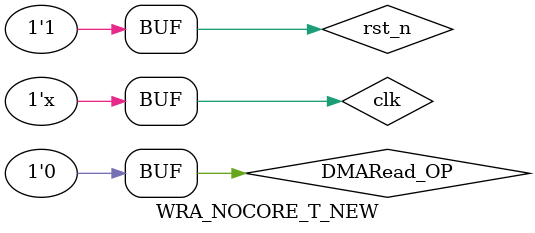
<source format=v>
 `include "define.v"
 `timescale 1ns/100ps
 
module WRA_NOCORE_T_NEW;
reg clk, rst_n;
always #10 clk=~clk;


reg  [15 :0] DMARead_cnt;
reg  DMARead_cnt_en;
reg  DMARead_OP;
wire [127:0] DataFIFOIn;
wire CamEmpty;
wire [19:0] IdentifiedNum;

initial begin
clk<=0;
rst_n<=1;
DMARead_OP<=0;
#20
rst_n<=0;
#20
rst_n<=1;
DMARead_OP<=1;
#20
DMARead_OP<=0;

end



parameter FIFOdepth=255;

always@(posedge clk)
	if((~rst_n)||(DMARead_cnt==FIFOdepth))
		DMARead_cnt_en<=0;
	else if(DMARead_OP)
		DMARead_cnt_en<=1;		
always@(posedge clk)
	if((~rst_n)||(DMARead_cnt==FIFOdepth))
		DMARead_cnt<=0;
	else if(DMARead_cnt_en)
		DMARead_cnt<=DMARead_cnt+1;
		
dist_mem_gen_3 dist_mem_gen_0(
  .a(DMARead_cnt[7:0]),      // input wire [7 : 0] a
  .d(),      				 // input wire [127 : 0] d
  .clk(clk),  				 // input wire clk
  .we(1'b0),   				 // input wire we
  .spo(DataFIFOIn)    		 // output wire [127 : 0] spo
);

WRA_NOCORE WRA_NOCORE0(
  .clk(clk),
  .rst_n(rst_n),
  .CamDataIn(DataFIFOIn),
  .CamWr_en(DMARead_cnt_en),
  .CamEmpty(CamEmpty),
  .IdentifiedNum(IdentifiedNum)
);

endmodule
</source>
